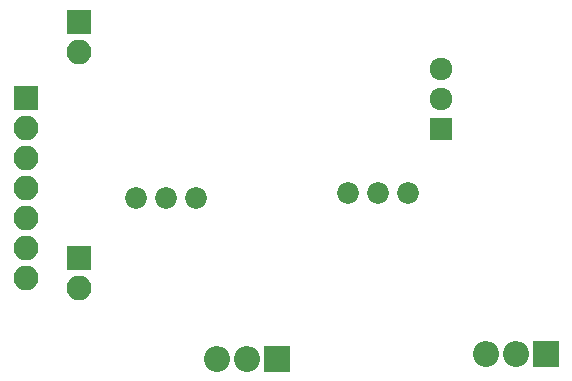
<source format=gbr>
G04 #@! TF.FileFunction,Soldermask,Bot*
%FSLAX46Y46*%
G04 Gerber Fmt 4.6, Leading zero omitted, Abs format (unit mm)*
G04 Created by KiCad (PCBNEW 4.0.7) date 01/09/23 23:09:21*
%MOMM*%
%LPD*%
G01*
G04 APERTURE LIST*
%ADD10C,0.100000*%
%ADD11R,2.100000X2.100000*%
%ADD12O,2.100000X2.100000*%
%ADD13R,2.200000X2.200000*%
%ADD14O,2.200000X2.200000*%
%ADD15C,1.840000*%
%ADD16C,1.920000*%
%ADD17R,1.920000X1.920000*%
G04 APERTURE END LIST*
D10*
D11*
X53000000Y-65500000D03*
D12*
X53000000Y-68040000D03*
X53000000Y-70580000D03*
X53000000Y-73120000D03*
X53000000Y-75660000D03*
X53000000Y-78200000D03*
X53000000Y-80740000D03*
D13*
X74260000Y-87560000D03*
D14*
X71720000Y-87560000D03*
X69180000Y-87560000D03*
D15*
X62300000Y-73900000D03*
X64840000Y-73900000D03*
X67380000Y-73900000D03*
X80300000Y-73500000D03*
X82840000Y-73500000D03*
X85380000Y-73500000D03*
D11*
X57500000Y-79000000D03*
D12*
X57500000Y-81540000D03*
D11*
X57500000Y-59000000D03*
D12*
X57500000Y-61540000D03*
D16*
X88130000Y-65590000D03*
X88130000Y-63050000D03*
D17*
X88130000Y-68130000D03*
D13*
X97028000Y-87122000D03*
D14*
X94488000Y-87122000D03*
X91948000Y-87122000D03*
M02*

</source>
